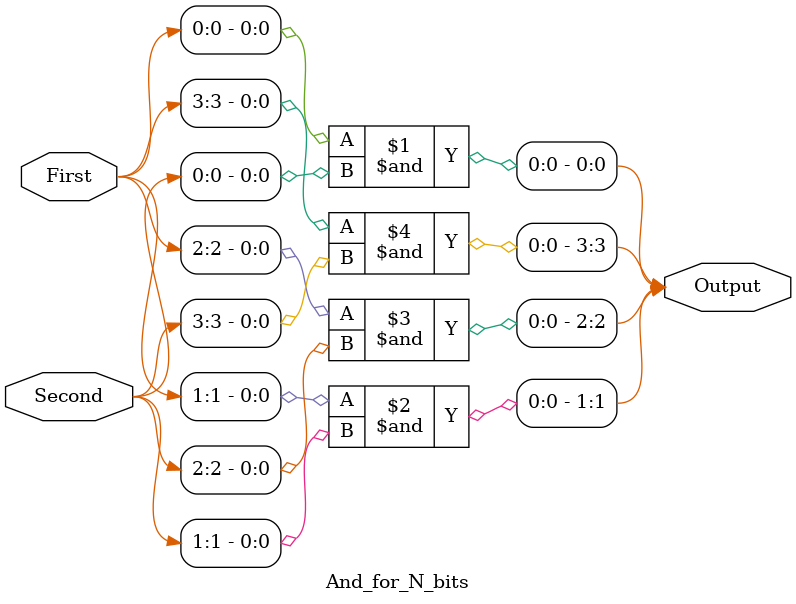
<source format=v>

`define for_loop_and

module And_for_N_bits
  	#(
		parameter Width = 4
  	)
  	(
		input 	[Width	-1:0] 	First,
		input 	[Width	-1:0] 	Second,
	
		output 	[Width	-1:0] 	Output
  	);
  
  	`ifdef  for_loop_and
  
		genvar i;
		generate
	  	for (i = 0; i < Width; i = i + 1) begin
			and (Output[i], First[i], Second[i]);
	  	end
		endgenerate
  
   	`elsif simple_and
  
  		Output = First & Second;
  
  	`endif
  
endmodule


  
  
</source>
